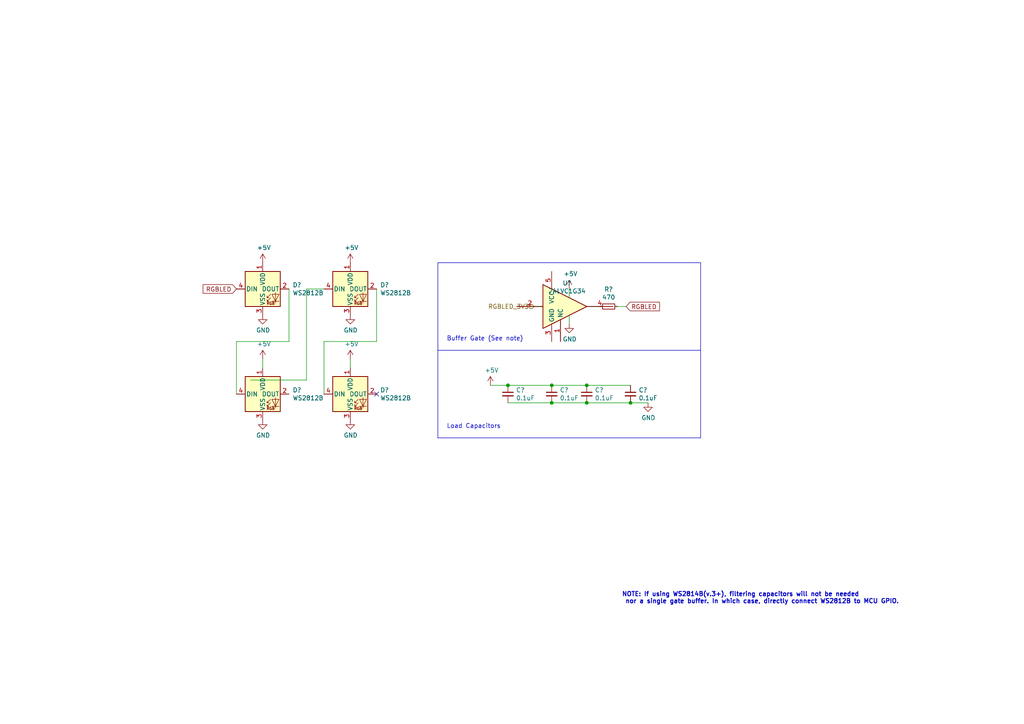
<source format=kicad_sch>
(kicad_sch (version 20230121) (generator eeschema)

  (uuid fa8384a7-e1a4-4f70-aea5-5d235c83e3cb)

  (paper "A4")

  (lib_symbols
    (symbol "74xGxx:74LVC1G34" (in_bom yes) (on_board yes)
      (property "Reference" "U" (at 0 7.62 0)
        (effects (font (size 1.27 1.27)))
      )
      (property "Value" "74LVC1G34" (at 5.08 -7.62 0)
        (effects (font (size 1.27 1.27)))
      )
      (property "Footprint" "" (at 0 0 0)
        (effects (font (size 1.27 1.27)) hide)
      )
      (property "Datasheet" "https://www.ti.com/lit/ds/symlink/sn74lvc1g34.pdf" (at 0 0 0)
        (effects (font (size 1.27 1.27)) hide)
      )
      (property "ki_keywords" "Single Gate Buff LVC CMOS" (at 0 0 0)
        (effects (font (size 1.27 1.27)) hide)
      )
      (property "ki_description" "Single Buffef Gate, Low-Voltage CMOS" (at 0 0 0)
        (effects (font (size 1.27 1.27)) hide)
      )
      (property "ki_fp_filters" "SOT?23* Texas?R-PDSO-G5?DCK* Texas?R-PDSO-N5?DRL* Texas?X2SON*0.8x0.8mm*P0.48mm*" (at 0 0 0)
        (effects (font (size 1.27 1.27)) hide)
      )
      (symbol "74LVC1G34_0_1"
        (polyline
          (pts
            (xy -7.62 6.35)
            (xy -7.62 -6.35)
            (xy 5.08 0)
            (xy -7.62 6.35)
          )
          (stroke (width 0.254) (type default))
          (fill (type background))
        )
      )
      (symbol "74LVC1G34_1_1"
        (pin free line (at -2.54 -10.16 90) (length 6.35)
          (name "NC" (effects (font (size 1.27 1.27))))
          (number "1" (effects (font (size 1.27 1.27))))
        )
        (pin input line (at -15.24 0 0) (length 7.62)
          (name "~" (effects (font (size 1.27 1.27))))
          (number "2" (effects (font (size 1.27 1.27))))
        )
        (pin power_in line (at -5.08 -10.16 90) (length 5.08)
          (name "GND" (effects (font (size 1.27 1.27))))
          (number "3" (effects (font (size 1.27 1.27))))
        )
        (pin output line (at 12.7 0 180) (length 7.62)
          (name "~" (effects (font (size 1.27 1.27))))
          (number "4" (effects (font (size 1.27 1.27))))
        )
        (pin power_in line (at -5.08 10.16 270) (length 5.08)
          (name "VCC" (effects (font (size 1.27 1.27))))
          (number "5" (effects (font (size 1.27 1.27))))
        )
      )
    )
    (symbol "Device:C_Small" (pin_numbers hide) (pin_names (offset 0.254) hide) (in_bom yes) (on_board yes)
      (property "Reference" "C" (at 0.254 1.778 0)
        (effects (font (size 1.27 1.27)) (justify left))
      )
      (property "Value" "C_Small" (at 0.254 -2.032 0)
        (effects (font (size 1.27 1.27)) (justify left))
      )
      (property "Footprint" "" (at 0 0 0)
        (effects (font (size 1.27 1.27)) hide)
      )
      (property "Datasheet" "~" (at 0 0 0)
        (effects (font (size 1.27 1.27)) hide)
      )
      (property "ki_keywords" "capacitor cap" (at 0 0 0)
        (effects (font (size 1.27 1.27)) hide)
      )
      (property "ki_description" "Unpolarized capacitor, small symbol" (at 0 0 0)
        (effects (font (size 1.27 1.27)) hide)
      )
      (property "ki_fp_filters" "C_*" (at 0 0 0)
        (effects (font (size 1.27 1.27)) hide)
      )
      (symbol "C_Small_0_1"
        (polyline
          (pts
            (xy -1.524 -0.508)
            (xy 1.524 -0.508)
          )
          (stroke (width 0.3302) (type default))
          (fill (type none))
        )
        (polyline
          (pts
            (xy -1.524 0.508)
            (xy 1.524 0.508)
          )
          (stroke (width 0.3048) (type default))
          (fill (type none))
        )
      )
      (symbol "C_Small_1_1"
        (pin passive line (at 0 2.54 270) (length 2.032)
          (name "~" (effects (font (size 1.27 1.27))))
          (number "1" (effects (font (size 1.27 1.27))))
        )
        (pin passive line (at 0 -2.54 90) (length 2.032)
          (name "~" (effects (font (size 1.27 1.27))))
          (number "2" (effects (font (size 1.27 1.27))))
        )
      )
    )
    (symbol "Device:R_Small" (pin_numbers hide) (pin_names (offset 0.254) hide) (in_bom yes) (on_board yes)
      (property "Reference" "R" (at 0.762 0.508 0)
        (effects (font (size 1.27 1.27)) (justify left))
      )
      (property "Value" "R_Small" (at 0.762 -1.016 0)
        (effects (font (size 1.27 1.27)) (justify left))
      )
      (property "Footprint" "" (at 0 0 0)
        (effects (font (size 1.27 1.27)) hide)
      )
      (property "Datasheet" "~" (at 0 0 0)
        (effects (font (size 1.27 1.27)) hide)
      )
      (property "ki_keywords" "R resistor" (at 0 0 0)
        (effects (font (size 1.27 1.27)) hide)
      )
      (property "ki_description" "Resistor, small symbol" (at 0 0 0)
        (effects (font (size 1.27 1.27)) hide)
      )
      (property "ki_fp_filters" "R_*" (at 0 0 0)
        (effects (font (size 1.27 1.27)) hide)
      )
      (symbol "R_Small_0_1"
        (rectangle (start -0.762 1.778) (end 0.762 -1.778)
          (stroke (width 0.2032) (type default))
          (fill (type none))
        )
      )
      (symbol "R_Small_1_1"
        (pin passive line (at 0 2.54 270) (length 0.762)
          (name "~" (effects (font (size 1.27 1.27))))
          (number "1" (effects (font (size 1.27 1.27))))
        )
        (pin passive line (at 0 -2.54 90) (length 0.762)
          (name "~" (effects (font (size 1.27 1.27))))
          (number "2" (effects (font (size 1.27 1.27))))
        )
      )
    )
    (symbol "LED:WS2812B" (pin_names (offset 0.254)) (in_bom yes) (on_board yes)
      (property "Reference" "D" (at 5.08 5.715 0)
        (effects (font (size 1.27 1.27)) (justify right bottom))
      )
      (property "Value" "WS2812B" (at 1.27 -5.715 0)
        (effects (font (size 1.27 1.27)) (justify left top))
      )
      (property "Footprint" "LED_SMD:LED_WS2812B_PLCC4_5.0x5.0mm_P3.2mm" (at 1.27 -7.62 0)
        (effects (font (size 1.27 1.27)) (justify left top) hide)
      )
      (property "Datasheet" "https://cdn-shop.adafruit.com/datasheets/WS2812B.pdf" (at 2.54 -9.525 0)
        (effects (font (size 1.27 1.27)) (justify left top) hide)
      )
      (property "ki_keywords" "RGB LED NeoPixel addressable" (at 0 0 0)
        (effects (font (size 1.27 1.27)) hide)
      )
      (property "ki_description" "RGB LED with integrated controller" (at 0 0 0)
        (effects (font (size 1.27 1.27)) hide)
      )
      (property "ki_fp_filters" "LED*WS2812*PLCC*5.0x5.0mm*P3.2mm*" (at 0 0 0)
        (effects (font (size 1.27 1.27)) hide)
      )
      (symbol "WS2812B_0_0"
        (text "RGB" (at 2.286 -4.191 0)
          (effects (font (size 0.762 0.762)))
        )
      )
      (symbol "WS2812B_0_1"
        (polyline
          (pts
            (xy 1.27 -3.556)
            (xy 1.778 -3.556)
          )
          (stroke (width 0) (type default))
          (fill (type none))
        )
        (polyline
          (pts
            (xy 1.27 -2.54)
            (xy 1.778 -2.54)
          )
          (stroke (width 0) (type default))
          (fill (type none))
        )
        (polyline
          (pts
            (xy 4.699 -3.556)
            (xy 2.667 -3.556)
          )
          (stroke (width 0) (type default))
          (fill (type none))
        )
        (polyline
          (pts
            (xy 2.286 -2.54)
            (xy 1.27 -3.556)
            (xy 1.27 -3.048)
          )
          (stroke (width 0) (type default))
          (fill (type none))
        )
        (polyline
          (pts
            (xy 2.286 -1.524)
            (xy 1.27 -2.54)
            (xy 1.27 -2.032)
          )
          (stroke (width 0) (type default))
          (fill (type none))
        )
        (polyline
          (pts
            (xy 3.683 -1.016)
            (xy 3.683 -3.556)
            (xy 3.683 -4.064)
          )
          (stroke (width 0) (type default))
          (fill (type none))
        )
        (polyline
          (pts
            (xy 4.699 -1.524)
            (xy 2.667 -1.524)
            (xy 3.683 -3.556)
            (xy 4.699 -1.524)
          )
          (stroke (width 0) (type default))
          (fill (type none))
        )
        (rectangle (start 5.08 5.08) (end -5.08 -5.08)
          (stroke (width 0.254) (type default))
          (fill (type background))
        )
      )
      (symbol "WS2812B_1_1"
        (pin power_in line (at 0 7.62 270) (length 2.54)
          (name "VDD" (effects (font (size 1.27 1.27))))
          (number "1" (effects (font (size 1.27 1.27))))
        )
        (pin output line (at 7.62 0 180) (length 2.54)
          (name "DOUT" (effects (font (size 1.27 1.27))))
          (number "2" (effects (font (size 1.27 1.27))))
        )
        (pin power_in line (at 0 -7.62 90) (length 2.54)
          (name "VSS" (effects (font (size 1.27 1.27))))
          (number "3" (effects (font (size 1.27 1.27))))
        )
        (pin input line (at -7.62 0 0) (length 2.54)
          (name "DIN" (effects (font (size 1.27 1.27))))
          (number "4" (effects (font (size 1.27 1.27))))
        )
      )
    )
    (symbol "power:+5V" (power) (pin_names (offset 0)) (in_bom yes) (on_board yes)
      (property "Reference" "#PWR" (at 0 -3.81 0)
        (effects (font (size 1.27 1.27)) hide)
      )
      (property "Value" "+5V" (at 0 3.556 0)
        (effects (font (size 1.27 1.27)))
      )
      (property "Footprint" "" (at 0 0 0)
        (effects (font (size 1.27 1.27)) hide)
      )
      (property "Datasheet" "" (at 0 0 0)
        (effects (font (size 1.27 1.27)) hide)
      )
      (property "ki_keywords" "global power" (at 0 0 0)
        (effects (font (size 1.27 1.27)) hide)
      )
      (property "ki_description" "Power symbol creates a global label with name \"+5V\"" (at 0 0 0)
        (effects (font (size 1.27 1.27)) hide)
      )
      (symbol "+5V_0_1"
        (polyline
          (pts
            (xy -0.762 1.27)
            (xy 0 2.54)
          )
          (stroke (width 0) (type default))
          (fill (type none))
        )
        (polyline
          (pts
            (xy 0 0)
            (xy 0 2.54)
          )
          (stroke (width 0) (type default))
          (fill (type none))
        )
        (polyline
          (pts
            (xy 0 2.54)
            (xy 0.762 1.27)
          )
          (stroke (width 0) (type default))
          (fill (type none))
        )
      )
      (symbol "+5V_1_1"
        (pin power_in line (at 0 0 90) (length 0) hide
          (name "+5V" (effects (font (size 1.27 1.27))))
          (number "1" (effects (font (size 1.27 1.27))))
        )
      )
    )
    (symbol "power:GND" (power) (pin_names (offset 0)) (in_bom yes) (on_board yes)
      (property "Reference" "#PWR" (at 0 -6.35 0)
        (effects (font (size 1.27 1.27)) hide)
      )
      (property "Value" "GND" (at 0 -3.81 0)
        (effects (font (size 1.27 1.27)))
      )
      (property "Footprint" "" (at 0 0 0)
        (effects (font (size 1.27 1.27)) hide)
      )
      (property "Datasheet" "" (at 0 0 0)
        (effects (font (size 1.27 1.27)) hide)
      )
      (property "ki_keywords" "global power" (at 0 0 0)
        (effects (font (size 1.27 1.27)) hide)
      )
      (property "ki_description" "Power symbol creates a global label with name \"GND\" , ground" (at 0 0 0)
        (effects (font (size 1.27 1.27)) hide)
      )
      (symbol "GND_0_1"
        (polyline
          (pts
            (xy 0 0)
            (xy 0 -1.27)
            (xy 1.27 -1.27)
            (xy 0 -2.54)
            (xy -1.27 -1.27)
            (xy 0 -1.27)
          )
          (stroke (width 0) (type default))
          (fill (type none))
        )
      )
      (symbol "GND_1_1"
        (pin power_in line (at 0 0 270) (length 0) hide
          (name "GND" (effects (font (size 1.27 1.27))))
          (number "1" (effects (font (size 1.27 1.27))))
        )
      )
    )
  )

  (junction (at 160.02 116.84) (diameter 0) (color 0 0 0 0)
    (uuid 074b331a-fb35-440c-8c5c-3c578abb9ecd)
  )
  (junction (at 147.32 111.76) (diameter 0) (color 0 0 0 0)
    (uuid 6e0cd4db-ba1f-40b3-8570-f2762b9d3ca5)
  )
  (junction (at 160.02 111.76) (diameter 0) (color 0 0 0 0)
    (uuid 7cad8f75-0e31-478b-8a19-239977509408)
  )
  (junction (at 170.18 116.84) (diameter 0) (color 0 0 0 0)
    (uuid ae51ce1e-9b74-4e75-8acc-2bca00ed6e2e)
  )
  (junction (at 182.88 116.84) (diameter 0) (color 0 0 0 0)
    (uuid b531dc7a-6e11-4dae-a90e-467b677abbc9)
  )
  (junction (at 170.18 111.76) (diameter 0) (color 0 0 0 0)
    (uuid c70c8a24-ed30-4c60-b66b-e1451efea441)
  )

  (no_connect (at 109.22 114.3) (uuid 074a21ab-5b7c-48c9-9dc6-c68dc4790e2b))

  (wire (pts (xy 83.82 83.82) (xy 83.82 99.06))
    (stroke (width 0) (type default))
    (uuid 01d74c2a-d34d-4475-a60e-ea94faf9a38a)
  )
  (wire (pts (xy 147.32 116.84) (xy 160.02 116.84))
    (stroke (width 0) (type default))
    (uuid 144473dd-1dec-4b67-8535-54a097661fa5)
  )
  (wire (pts (xy 147.32 111.76) (xy 160.02 111.76))
    (stroke (width 0) (type default))
    (uuid 194ec870-2559-43fc-b4fc-fbbf6afa9572)
  )
  (wire (pts (xy 170.18 111.76) (xy 182.88 111.76))
    (stroke (width 0) (type default))
    (uuid 222281a3-c33c-4bf9-8da3-ced926555cb8)
  )
  (polyline (pts (xy 127 101.6) (xy 203.2 101.6))
    (stroke (width 0) (type default))
    (uuid 35f9837b-1e9c-4844-b3c6-b225035ad1ca)
  )

  (wire (pts (xy 88.9 110.236) (xy 88.9 83.82))
    (stroke (width 0) (type default))
    (uuid 3664ad09-b2d8-4783-a5fc-f71cb6a7a9bd)
  )
  (wire (pts (xy 68.58 99.06) (xy 68.58 114.3))
    (stroke (width 0) (type default))
    (uuid 3787fa29-ed92-4d5a-b223-87848d159802)
  )
  (wire (pts (xy 109.22 83.82) (xy 109.22 99.06))
    (stroke (width 0) (type default))
    (uuid 38a13919-cacf-40cd-b8d2-f786f0ae96a7)
  )
  (wire (pts (xy 165.1 86.36) (xy 165.1 83.82))
    (stroke (width 0) (type default))
    (uuid 3bf1ebc6-3438-4805-a507-d9c34d903cbd)
  )
  (wire (pts (xy 72.644 110.236) (xy 88.9 110.236))
    (stroke (width 0) (type default))
    (uuid 3d1cec9f-aacf-4463-b039-28f71d7692c4)
  )
  (polyline (pts (xy 203.2 76.2) (xy 203.2 127))
    (stroke (width 0) (type default))
    (uuid 4adc57a7-3845-42d4-8434-e4ac83ed9446)
  )

  (wire (pts (xy 160.02 111.76) (xy 170.18 111.76))
    (stroke (width 0) (type default))
    (uuid 532d4e28-dc05-4856-b52a-98c7aef53dc2)
  )
  (wire (pts (xy 170.18 116.84) (xy 182.88 116.84))
    (stroke (width 0) (type default))
    (uuid 5b68a379-47ac-41a3-bedb-0fe2023fa4f9)
  )
  (wire (pts (xy 160.02 116.84) (xy 170.18 116.84))
    (stroke (width 0) (type default))
    (uuid 74f04fb0-9d00-422d-bd78-ea0ccb115ba9)
  )
  (wire (pts (xy 83.82 99.06) (xy 68.58 99.06))
    (stroke (width 0) (type default))
    (uuid 88be2c14-6f3c-4d0d-8cc3-45587cc4d146)
  )
  (wire (pts (xy 165.1 91.44) (xy 165.1 93.98))
    (stroke (width 0) (type default))
    (uuid 8c994205-1727-4660-aad8-26e133ce4bb2)
  )
  (wire (pts (xy 154.94 88.9) (xy 157.48 88.9))
    (stroke (width 0) (type default))
    (uuid 99f7cca9-d87b-49a9-a152-999c48696b2a)
  )
  (wire (pts (xy 93.98 99.06) (xy 93.98 114.3))
    (stroke (width 0) (type default))
    (uuid a420afe5-8440-4b83-a1ef-6eb6a4b02b36)
  )
  (wire (pts (xy 76.2 106.68) (xy 76.2 104.14))
    (stroke (width 0) (type default))
    (uuid a48d0b5b-42c2-4f0d-98f5-8ad7165ca63a)
  )
  (wire (pts (xy 171.45 88.9) (xy 173.99 88.9))
    (stroke (width 0) (type default))
    (uuid bd3cfe2e-47a6-4436-914f-d5f787d59154)
  )
  (wire (pts (xy 101.6 106.68) (xy 101.6 104.14))
    (stroke (width 0) (type default))
    (uuid c08aba48-8a69-41fb-808d-ea2b1b02170c)
  )
  (wire (pts (xy 181.61 88.9) (xy 179.07 88.9))
    (stroke (width 0) (type default))
    (uuid c66d3c55-283a-4f8f-bd67-c0688b512a45)
  )
  (wire (pts (xy 88.9 83.82) (xy 93.98 83.82))
    (stroke (width 0) (type default))
    (uuid c7509737-04db-42da-b417-beab06b9a2b0)
  )
  (wire (pts (xy 142.24 111.76) (xy 147.32 111.76))
    (stroke (width 0) (type default))
    (uuid cb30fffc-f3ed-466f-85fb-da6570932884)
  )
  (polyline (pts (xy 127 76.2) (xy 203.2 76.2))
    (stroke (width 0) (type default))
    (uuid cf7736c9-bf74-4705-8d1b-66bc76ea4389)
  )

  (wire (pts (xy 182.88 116.84) (xy 187.96 116.84))
    (stroke (width 0) (type default))
    (uuid d7336604-39bb-44bd-98f8-f43db867c936)
  )
  (wire (pts (xy 109.22 99.06) (xy 93.98 99.06))
    (stroke (width 0) (type default))
    (uuid e1d704cd-0a4b-441b-9ed1-86b850c9dade)
  )
  (polyline (pts (xy 127 76.2) (xy 127 127))
    (stroke (width 0) (type default))
    (uuid e597103e-3a29-45bc-b166-5ce941631b7f)
  )
  (polyline (pts (xy 203.2 127) (xy 127 127))
    (stroke (width 0) (type default))
    (uuid ea57da79-535e-4f93-8b12-b2528239d258)
  )

  (text "Load Capacitors" (at 129.54 124.46 0)
    (effects (font (size 1.27 1.27)) (justify left bottom))
    (uuid 12698448-9497-4884-a4d9-8168ee8ced70)
  )
  (text "NOTE: If using WS2814B(v.3+), filtering capacitors will not be needed\n nor a single gate buffer. In which case, directly connect WS2812B to MCU GPIO."
    (at 180.34 175.26 0)
    (effects (font (size 1.27 1.27) (thickness 0.254) bold) (justify left bottom))
    (uuid 3e98d69d-faa5-4f88-9dec-da6d39edc2d1)
  )
  (text "Buffer Gate (See note)" (at 129.54 99.06 0)
    (effects (font (size 1.27 1.27)) (justify left bottom))
    (uuid a995da4f-f435-425a-a64b-7927d9a797db)
  )

  (global_label "RGBLED" (shape input) (at 68.58 83.82 180)
    (effects (font (size 1.27 1.27)) (justify right))
    (uuid 362440a9-7098-4eba-8e1b-a7d91749ed79)
    (property "Intersheetrefs" "${INTERSHEET_REFS}" (at 68.58 83.82 0)
      (effects (font (size 1.27 1.27)) hide)
    )
  )
  (global_label "RGBLED" (shape input) (at 181.61 88.9 0)
    (effects (font (size 1.27 1.27)) (justify left))
    (uuid 6291e7e1-06b6-4c31-a52f-ff600a979100)
    (property "Intersheetrefs" "${INTERSHEET_REFS}" (at 181.61 88.9 0)
      (effects (font (size 1.27 1.27)) hide)
    )
  )

  (hierarchical_label "RGBLED_3V3" (shape input) (at 154.94 88.9 180) (fields_autoplaced)
    (effects (font (size 1.27 1.27)) (justify right))
    (uuid 5b9d3599-5d18-448e-96a3-36c7c94b8257)
  )

  (symbol (lib_id "74xGxx:74LVC1G34") (at 165.1 88.9 0) (unit 1)
    (in_bom yes) (on_board yes) (dnp no)
    (uuid 00000000-0000-0000-0000-00005d6db299)
    (property "Reference" "U?" (at 164.465 82.1182 0)
      (effects (font (size 1.27 1.27)))
    )
    (property "Value" "74LVC1G34" (at 164.465 84.4296 0)
      (effects (font (size 1.27 1.27)))
    )
    (property "Footprint" "" (at 165.1 88.9 0)
      (effects (font (size 1.27 1.27)) hide)
    )
    (property "Datasheet" "http://www.ti.com/lit/sg/scyt129e/scyt129e.pdf" (at 165.1 88.9 0)
      (effects (font (size 1.27 1.27)) hide)
    )
    (pin "1" (uuid 65ef4c37-b52f-464e-92b7-bd00a512a9cd))
    (pin "2" (uuid d33cf542-c601-4631-9ed7-671b0d5c36d0))
    (pin "3" (uuid 2c02cd30-5f7b-4310-8fd7-0c55ea89146d))
    (pin "4" (uuid e5e14ff5-9253-4189-bdd4-cac507e1a239))
    (pin "5" (uuid 20a36316-88f2-4346-b0cb-9a1b795a8ade))
    (instances
      (project "Mechanical_Keyboard_STM32F3_Template"
        (path "/d963bd7a-4405-4e52-9437-453112c4384e/00000000-0000-0000-0000-00005d721a21"
          (reference "U?") (unit 1)
        )
      )
    )
  )

  (symbol (lib_id "power:+5V") (at 165.1 83.82 0) (unit 1)
    (in_bom yes) (on_board yes) (dnp no)
    (uuid 00000000-0000-0000-0000-00005d6dbe9b)
    (property "Reference" "#PWR?" (at 165.1 87.63 0)
      (effects (font (size 1.27 1.27)) hide)
    )
    (property "Value" "+5V" (at 165.481 79.4258 0)
      (effects (font (size 1.27 1.27)))
    )
    (property "Footprint" "" (at 165.1 83.82 0)
      (effects (font (size 1.27 1.27)) hide)
    )
    (property "Datasheet" "" (at 165.1 83.82 0)
      (effects (font (size 1.27 1.27)) hide)
    )
    (pin "1" (uuid 16cebb63-502a-4259-9b51-aab673750adc))
    (instances
      (project "Mechanical_Keyboard_STM32F3_Template"
        (path "/d963bd7a-4405-4e52-9437-453112c4384e/00000000-0000-0000-0000-00005d721a21"
          (reference "#PWR?") (unit 1)
        )
      )
    )
  )

  (symbol (lib_id "power:GND") (at 165.1 93.98 0) (unit 1)
    (in_bom yes) (on_board yes) (dnp no)
    (uuid 00000000-0000-0000-0000-00005d6dc613)
    (property "Reference" "#PWR?" (at 165.1 100.33 0)
      (effects (font (size 1.27 1.27)) hide)
    )
    (property "Value" "GND" (at 165.227 98.3742 0)
      (effects (font (size 1.27 1.27)))
    )
    (property "Footprint" "" (at 165.1 93.98 0)
      (effects (font (size 1.27 1.27)) hide)
    )
    (property "Datasheet" "" (at 165.1 93.98 0)
      (effects (font (size 1.27 1.27)) hide)
    )
    (pin "1" (uuid d270ff5c-1673-4477-9a90-e54c43a65076))
    (instances
      (project "Mechanical_Keyboard_STM32F3_Template"
        (path "/d963bd7a-4405-4e52-9437-453112c4384e/00000000-0000-0000-0000-00005d721a21"
          (reference "#PWR?") (unit 1)
        )
      )
    )
  )

  (symbol (lib_id "Device:R_Small") (at 176.53 88.9 270) (unit 1)
    (in_bom yes) (on_board yes) (dnp no)
    (uuid 00000000-0000-0000-0000-00005d6dcce2)
    (property "Reference" "R?" (at 176.53 83.9216 90)
      (effects (font (size 1.27 1.27)))
    )
    (property "Value" "470" (at 176.53 86.233 90)
      (effects (font (size 1.27 1.27)))
    )
    (property "Footprint" "" (at 176.53 88.9 0)
      (effects (font (size 1.27 1.27)) hide)
    )
    (property "Datasheet" "~" (at 176.53 88.9 0)
      (effects (font (size 1.27 1.27)) hide)
    )
    (pin "1" (uuid 1a611b6b-0985-4a83-9646-bf8468c0ab10))
    (pin "2" (uuid dfd71f18-b17c-4185-98f5-8e2ddb633eb6))
    (instances
      (project "Mechanical_Keyboard_STM32F3_Template"
        (path "/d963bd7a-4405-4e52-9437-453112c4384e/00000000-0000-0000-0000-00005d721a21"
          (reference "R?") (unit 1)
        )
      )
    )
  )

  (symbol (lib_id "LED:WS2812B") (at 76.2 83.82 0) (unit 1)
    (in_bom yes) (on_board yes) (dnp no)
    (uuid 00000000-0000-0000-0000-00005d721f04)
    (property "Reference" "D?" (at 84.8614 82.6516 0)
      (effects (font (size 1.27 1.27)) (justify left))
    )
    (property "Value" "WS2812B" (at 84.8614 84.963 0)
      (effects (font (size 1.27 1.27)) (justify left))
    )
    (property "Footprint" "LED_SMD:LED_WS2812B_PLCC4_5.0x5.0mm_P3.2mm" (at 77.47 91.44 0)
      (effects (font (size 1.27 1.27)) (justify left top) hide)
    )
    (property "Datasheet" "https://cdn-shop.adafruit.com/datasheets/WS2812B.pdf" (at 78.74 93.345 0)
      (effects (font (size 1.27 1.27)) (justify left top) hide)
    )
    (pin "1" (uuid 86108f33-ecc2-4ca4-a9c4-2d4ac2784919))
    (pin "2" (uuid d10f08f0-228d-4305-9f31-5f387e710674))
    (pin "3" (uuid ab15d670-7310-4765-bf83-3918859d524c))
    (pin "4" (uuid 11b44a62-cb44-4cce-bf38-6d475b441e77))
    (instances
      (project "Mechanical_Keyboard_STM32F3_Template"
        (path "/d963bd7a-4405-4e52-9437-453112c4384e/00000000-0000-0000-0000-00005d721a21"
          (reference "D?") (unit 1)
        )
      )
    )
  )

  (symbol (lib_id "LED:WS2812B") (at 76.2 114.3 0) (unit 1)
    (in_bom yes) (on_board yes) (dnp no)
    (uuid 00000000-0000-0000-0000-00005d7224dc)
    (property "Reference" "D?" (at 84.8614 113.1316 0)
      (effects (font (size 1.27 1.27)) (justify left))
    )
    (property "Value" "WS2812B" (at 84.8614 115.443 0)
      (effects (font (size 1.27 1.27)) (justify left))
    )
    (property "Footprint" "LED_SMD:LED_WS2812B_PLCC4_5.0x5.0mm_P3.2mm" (at 77.47 121.92 0)
      (effects (font (size 1.27 1.27)) (justify left top) hide)
    )
    (property "Datasheet" "https://cdn-shop.adafruit.com/datasheets/WS2812B.pdf" (at 78.74 123.825 0)
      (effects (font (size 1.27 1.27)) (justify left top) hide)
    )
    (pin "1" (uuid 585be86f-91fd-413f-b0be-e0d652909476))
    (pin "2" (uuid bf72490d-8995-4329-a422-a52cc302b6aa))
    (pin "3" (uuid 24b0c05b-ff52-4b4d-8b59-cbc44bfe2389))
    (pin "4" (uuid 5bd4631a-9d52-443e-b40d-9545ad6ea213))
    (instances
      (project "Mechanical_Keyboard_STM32F3_Template"
        (path "/d963bd7a-4405-4e52-9437-453112c4384e/00000000-0000-0000-0000-00005d721a21"
          (reference "D?") (unit 1)
        )
      )
    )
  )

  (symbol (lib_id "LED:WS2812B") (at 101.6 83.82 0) (unit 1)
    (in_bom yes) (on_board yes) (dnp no)
    (uuid 00000000-0000-0000-0000-00005d724e74)
    (property "Reference" "D?" (at 110.2614 82.6516 0)
      (effects (font (size 1.27 1.27)) (justify left))
    )
    (property "Value" "WS2812B" (at 110.2614 84.963 0)
      (effects (font (size 1.27 1.27)) (justify left))
    )
    (property "Footprint" "LED_SMD:LED_WS2812B_PLCC4_5.0x5.0mm_P3.2mm" (at 102.87 91.44 0)
      (effects (font (size 1.27 1.27)) (justify left top) hide)
    )
    (property "Datasheet" "https://cdn-shop.adafruit.com/datasheets/WS2812B.pdf" (at 104.14 93.345 0)
      (effects (font (size 1.27 1.27)) (justify left top) hide)
    )
    (pin "1" (uuid e21ec359-53b4-4dac-9518-ca63b1127cb0))
    (pin "2" (uuid 38bdcc48-e150-459b-b7c2-1d00e7349b52))
    (pin "3" (uuid 739a86e0-e792-4857-bf44-2282a6fa5105))
    (pin "4" (uuid e0e7b427-6004-4ce8-993f-1e2394b7bc30))
    (instances
      (project "Mechanical_Keyboard_STM32F3_Template"
        (path "/d963bd7a-4405-4e52-9437-453112c4384e/00000000-0000-0000-0000-00005d721a21"
          (reference "D?") (unit 1)
        )
      )
    )
  )

  (symbol (lib_id "LED:WS2812B") (at 101.6 114.3 0) (unit 1)
    (in_bom yes) (on_board yes) (dnp no)
    (uuid 00000000-0000-0000-0000-00005d725f6c)
    (property "Reference" "D?" (at 110.2614 113.1316 0)
      (effects (font (size 1.27 1.27)) (justify left))
    )
    (property "Value" "WS2812B" (at 110.2614 115.443 0)
      (effects (font (size 1.27 1.27)) (justify left))
    )
    (property "Footprint" "LED_SMD:LED_WS2812B_PLCC4_5.0x5.0mm_P3.2mm" (at 102.87 121.92 0)
      (effects (font (size 1.27 1.27)) (justify left top) hide)
    )
    (property "Datasheet" "https://cdn-shop.adafruit.com/datasheets/WS2812B.pdf" (at 104.14 123.825 0)
      (effects (font (size 1.27 1.27)) (justify left top) hide)
    )
    (pin "1" (uuid 62937e99-a07a-4856-96aa-ff7e337c0f98))
    (pin "2" (uuid 688d0cde-6156-4e47-9560-2f145184225b))
    (pin "3" (uuid 9d634353-f367-4089-8508-37f81aa0d48d))
    (pin "4" (uuid 31a63478-4655-4188-865d-7c3cd277c98e))
    (instances
      (project "Mechanical_Keyboard_STM32F3_Template"
        (path "/d963bd7a-4405-4e52-9437-453112c4384e/00000000-0000-0000-0000-00005d721a21"
          (reference "D?") (unit 1)
        )
      )
    )
  )

  (symbol (lib_id "power:+5V") (at 76.2 76.2 0) (unit 1)
    (in_bom yes) (on_board yes) (dnp no)
    (uuid 00000000-0000-0000-0000-00005d726fc4)
    (property "Reference" "#PWR?" (at 76.2 80.01 0)
      (effects (font (size 1.27 1.27)) hide)
    )
    (property "Value" "+5V" (at 76.5556 71.8312 0)
      (effects (font (size 1.27 1.27)))
    )
    (property "Footprint" "" (at 76.2 76.2 0)
      (effects (font (size 1.27 1.27)) hide)
    )
    (property "Datasheet" "" (at 76.2 76.2 0)
      (effects (font (size 1.27 1.27)) hide)
    )
    (pin "1" (uuid 1b038607-3926-49d0-8a96-481e8f70b880))
    (instances
      (project "Mechanical_Keyboard_STM32F3_Template"
        (path "/d963bd7a-4405-4e52-9437-453112c4384e/00000000-0000-0000-0000-00005d721a21"
          (reference "#PWR?") (unit 1)
        )
      )
    )
  )

  (symbol (lib_id "power:+5V") (at 101.6 76.2 0) (unit 1)
    (in_bom yes) (on_board yes) (dnp no)
    (uuid 00000000-0000-0000-0000-00005d727cf0)
    (property "Reference" "#PWR?" (at 101.6 80.01 0)
      (effects (font (size 1.27 1.27)) hide)
    )
    (property "Value" "+5V" (at 101.9556 71.8312 0)
      (effects (font (size 1.27 1.27)))
    )
    (property "Footprint" "" (at 101.6 76.2 0)
      (effects (font (size 1.27 1.27)) hide)
    )
    (property "Datasheet" "" (at 101.6 76.2 0)
      (effects (font (size 1.27 1.27)) hide)
    )
    (pin "1" (uuid 134c42e1-8dd9-4428-bc04-128c1de167f9))
    (instances
      (project "Mechanical_Keyboard_STM32F3_Template"
        (path "/d963bd7a-4405-4e52-9437-453112c4384e/00000000-0000-0000-0000-00005d721a21"
          (reference "#PWR?") (unit 1)
        )
      )
    )
  )

  (symbol (lib_id "power:+5V") (at 101.6 104.14 0) (unit 1)
    (in_bom yes) (on_board yes) (dnp no)
    (uuid 00000000-0000-0000-0000-00005d7291a0)
    (property "Reference" "#PWR?" (at 101.6 107.95 0)
      (effects (font (size 1.27 1.27)) hide)
    )
    (property "Value" "+5V" (at 101.9556 99.7712 0)
      (effects (font (size 1.27 1.27)))
    )
    (property "Footprint" "" (at 101.6 104.14 0)
      (effects (font (size 1.27 1.27)) hide)
    )
    (property "Datasheet" "" (at 101.6 104.14 0)
      (effects (font (size 1.27 1.27)) hide)
    )
    (pin "1" (uuid a1325758-fcc6-47ea-b8f5-96212d2ec111))
    (instances
      (project "Mechanical_Keyboard_STM32F3_Template"
        (path "/d963bd7a-4405-4e52-9437-453112c4384e/00000000-0000-0000-0000-00005d721a21"
          (reference "#PWR?") (unit 1)
        )
      )
    )
  )

  (symbol (lib_id "power:+5V") (at 76.2 104.14 0) (unit 1)
    (in_bom yes) (on_board yes) (dnp no)
    (uuid 00000000-0000-0000-0000-00005d729f96)
    (property "Reference" "#PWR?" (at 76.2 107.95 0)
      (effects (font (size 1.27 1.27)) hide)
    )
    (property "Value" "+5V" (at 76.5556 99.7712 0)
      (effects (font (size 1.27 1.27)))
    )
    (property "Footprint" "" (at 76.2 104.14 0)
      (effects (font (size 1.27 1.27)) hide)
    )
    (property "Datasheet" "" (at 76.2 104.14 0)
      (effects (font (size 1.27 1.27)) hide)
    )
    (pin "1" (uuid 6b0d632e-a846-423e-a070-1e280d480e41))
    (instances
      (project "Mechanical_Keyboard_STM32F3_Template"
        (path "/d963bd7a-4405-4e52-9437-453112c4384e/00000000-0000-0000-0000-00005d721a21"
          (reference "#PWR?") (unit 1)
        )
      )
    )
  )

  (symbol (lib_id "power:GND") (at 76.2 121.92 0) (unit 1)
    (in_bom yes) (on_board yes) (dnp no)
    (uuid 00000000-0000-0000-0000-00005d72a128)
    (property "Reference" "#PWR?" (at 76.2 128.27 0)
      (effects (font (size 1.27 1.27)) hide)
    )
    (property "Value" "GND" (at 76.3016 126.2634 0)
      (effects (font (size 1.27 1.27)))
    )
    (property "Footprint" "" (at 76.2 121.92 0)
      (effects (font (size 1.27 1.27)) hide)
    )
    (property "Datasheet" "" (at 76.2 121.92 0)
      (effects (font (size 1.27 1.27)) hide)
    )
    (pin "1" (uuid a488ee13-49f1-4093-81ca-57f5514c62ed))
    (instances
      (project "Mechanical_Keyboard_STM32F3_Template"
        (path "/d963bd7a-4405-4e52-9437-453112c4384e/00000000-0000-0000-0000-00005d721a21"
          (reference "#PWR?") (unit 1)
        )
      )
    )
  )

  (symbol (lib_id "power:GND") (at 101.6 121.92 0) (unit 1)
    (in_bom yes) (on_board yes) (dnp no)
    (uuid 00000000-0000-0000-0000-00005d72ac7c)
    (property "Reference" "#PWR?" (at 101.6 128.27 0)
      (effects (font (size 1.27 1.27)) hide)
    )
    (property "Value" "GND" (at 101.7016 126.2634 0)
      (effects (font (size 1.27 1.27)))
    )
    (property "Footprint" "" (at 101.6 121.92 0)
      (effects (font (size 1.27 1.27)) hide)
    )
    (property "Datasheet" "" (at 101.6 121.92 0)
      (effects (font (size 1.27 1.27)) hide)
    )
    (pin "1" (uuid ec0b4749-f677-4e3a-8e77-434532c3d587))
    (instances
      (project "Mechanical_Keyboard_STM32F3_Template"
        (path "/d963bd7a-4405-4e52-9437-453112c4384e/00000000-0000-0000-0000-00005d721a21"
          (reference "#PWR?") (unit 1)
        )
      )
    )
  )

  (symbol (lib_id "power:GND") (at 101.6 91.44 0) (unit 1)
    (in_bom yes) (on_board yes) (dnp no)
    (uuid 00000000-0000-0000-0000-00005d72ba78)
    (property "Reference" "#PWR?" (at 101.6 97.79 0)
      (effects (font (size 1.27 1.27)) hide)
    )
    (property "Value" "GND" (at 101.7016 95.7834 0)
      (effects (font (size 1.27 1.27)))
    )
    (property "Footprint" "" (at 101.6 91.44 0)
      (effects (font (size 1.27 1.27)) hide)
    )
    (property "Datasheet" "" (at 101.6 91.44 0)
      (effects (font (size 1.27 1.27)) hide)
    )
    (pin "1" (uuid 6505a86a-297d-447d-abcc-a5c681bea719))
    (instances
      (project "Mechanical_Keyboard_STM32F3_Template"
        (path "/d963bd7a-4405-4e52-9437-453112c4384e/00000000-0000-0000-0000-00005d721a21"
          (reference "#PWR?") (unit 1)
        )
      )
    )
  )

  (symbol (lib_id "power:GND") (at 76.2 91.44 0) (unit 1)
    (in_bom yes) (on_board yes) (dnp no)
    (uuid 00000000-0000-0000-0000-00005d72bca2)
    (property "Reference" "#PWR?" (at 76.2 97.79 0)
      (effects (font (size 1.27 1.27)) hide)
    )
    (property "Value" "GND" (at 76.3016 95.7834 0)
      (effects (font (size 1.27 1.27)))
    )
    (property "Footprint" "" (at 76.2 91.44 0)
      (effects (font (size 1.27 1.27)) hide)
    )
    (property "Datasheet" "" (at 76.2 91.44 0)
      (effects (font (size 1.27 1.27)) hide)
    )
    (pin "1" (uuid 18d4e72d-ec6e-4d31-bf85-e657315d1109))
    (instances
      (project "Mechanical_Keyboard_STM32F3_Template"
        (path "/d963bd7a-4405-4e52-9437-453112c4384e/00000000-0000-0000-0000-00005d721a21"
          (reference "#PWR?") (unit 1)
        )
      )
    )
  )

  (symbol (lib_id "Device:C_Small") (at 147.32 114.3 0) (unit 1)
    (in_bom yes) (on_board yes) (dnp no)
    (uuid 00000000-0000-0000-0000-00005d72d1c0)
    (property "Reference" "C?" (at 149.6568 113.1316 0)
      (effects (font (size 1.27 1.27)) (justify left))
    )
    (property "Value" "0.1uF" (at 149.6568 115.443 0)
      (effects (font (size 1.27 1.27)) (justify left))
    )
    (property "Footprint" "" (at 147.32 114.3 0)
      (effects (font (size 1.27 1.27)) hide)
    )
    (property "Datasheet" "~" (at 147.32 114.3 0)
      (effects (font (size 1.27 1.27)) hide)
    )
    (pin "1" (uuid f84d9688-1a58-48f6-8fcf-0c6d72d7750c))
    (pin "2" (uuid 162e86fb-264f-467f-ac8f-93eec0bd7222))
    (instances
      (project "Mechanical_Keyboard_STM32F3_Template"
        (path "/d963bd7a-4405-4e52-9437-453112c4384e/00000000-0000-0000-0000-00005d721a21"
          (reference "C?") (unit 1)
        )
      )
    )
  )

  (symbol (lib_id "Device:C_Small") (at 160.02 114.3 0) (unit 1)
    (in_bom yes) (on_board yes) (dnp no)
    (uuid 00000000-0000-0000-0000-00005d72d29f)
    (property "Reference" "C?" (at 162.3568 113.1316 0)
      (effects (font (size 1.27 1.27)) (justify left))
    )
    (property "Value" "0.1uF" (at 162.3568 115.443 0)
      (effects (font (size 1.27 1.27)) (justify left))
    )
    (property "Footprint" "" (at 160.02 114.3 0)
      (effects (font (size 1.27 1.27)) hide)
    )
    (property "Datasheet" "~" (at 160.02 114.3 0)
      (effects (font (size 1.27 1.27)) hide)
    )
    (pin "1" (uuid e4eb3c7c-c996-428e-9e25-38cdca9a7f0d))
    (pin "2" (uuid 27212c53-3b66-466d-9df6-a7ac070a248e))
    (instances
      (project "Mechanical_Keyboard_STM32F3_Template"
        (path "/d963bd7a-4405-4e52-9437-453112c4384e/00000000-0000-0000-0000-00005d721a21"
          (reference "C?") (unit 1)
        )
      )
    )
  )

  (symbol (lib_id "Device:C_Small") (at 170.18 114.3 0) (unit 1)
    (in_bom yes) (on_board yes) (dnp no)
    (uuid 00000000-0000-0000-0000-00005d72ecfb)
    (property "Reference" "C?" (at 172.5168 113.1316 0)
      (effects (font (size 1.27 1.27)) (justify left))
    )
    (property "Value" "0.1uF" (at 172.5168 115.443 0)
      (effects (font (size 1.27 1.27)) (justify left))
    )
    (property "Footprint" "" (at 170.18 114.3 0)
      (effects (font (size 1.27 1.27)) hide)
    )
    (property "Datasheet" "~" (at 170.18 114.3 0)
      (effects (font (size 1.27 1.27)) hide)
    )
    (pin "1" (uuid dbf29c68-fec4-40df-8240-0bfd4c1513b3))
    (pin "2" (uuid ead18811-ed97-4829-8cac-074bc80735c7))
    (instances
      (project "Mechanical_Keyboard_STM32F3_Template"
        (path "/d963bd7a-4405-4e52-9437-453112c4384e/00000000-0000-0000-0000-00005d721a21"
          (reference "C?") (unit 1)
        )
      )
    )
  )

  (symbol (lib_id "Device:C_Small") (at 182.88 114.3 0) (unit 1)
    (in_bom yes) (on_board yes) (dnp no)
    (uuid 00000000-0000-0000-0000-00005d72f40f)
    (property "Reference" "C?" (at 185.2168 113.1316 0)
      (effects (font (size 1.27 1.27)) (justify left))
    )
    (property "Value" "0.1uF" (at 185.2168 115.443 0)
      (effects (font (size 1.27 1.27)) (justify left))
    )
    (property "Footprint" "" (at 182.88 114.3 0)
      (effects (font (size 1.27 1.27)) hide)
    )
    (property "Datasheet" "~" (at 182.88 114.3 0)
      (effects (font (size 1.27 1.27)) hide)
    )
    (pin "1" (uuid c97cf316-7638-41da-be0f-531fddef0bdf))
    (pin "2" (uuid f4bca991-914e-4074-8b09-abcbe97e146e))
    (instances
      (project "Mechanical_Keyboard_STM32F3_Template"
        (path "/d963bd7a-4405-4e52-9437-453112c4384e/00000000-0000-0000-0000-00005d721a21"
          (reference "C?") (unit 1)
        )
      )
    )
  )

  (symbol (lib_id "power:+5V") (at 142.24 111.76 0) (unit 1)
    (in_bom yes) (on_board yes) (dnp no)
    (uuid 00000000-0000-0000-0000-00005d73050d)
    (property "Reference" "#PWR?" (at 142.24 115.57 0)
      (effects (font (size 1.27 1.27)) hide)
    )
    (property "Value" "+5V" (at 142.5956 107.3912 0)
      (effects (font (size 1.27 1.27)))
    )
    (property "Footprint" "" (at 142.24 111.76 0)
      (effects (font (size 1.27 1.27)) hide)
    )
    (property "Datasheet" "" (at 142.24 111.76 0)
      (effects (font (size 1.27 1.27)) hide)
    )
    (pin "1" (uuid 2dd22730-17df-420e-8bb6-02307a541367))
    (instances
      (project "Mechanical_Keyboard_STM32F3_Template"
        (path "/d963bd7a-4405-4e52-9437-453112c4384e/00000000-0000-0000-0000-00005d721a21"
          (reference "#PWR?") (unit 1)
        )
      )
    )
  )

  (symbol (lib_id "power:GND") (at 187.96 116.84 0) (unit 1)
    (in_bom yes) (on_board yes) (dnp no)
    (uuid 00000000-0000-0000-0000-00005d730e85)
    (property "Reference" "#PWR?" (at 187.96 123.19 0)
      (effects (font (size 1.27 1.27)) hide)
    )
    (property "Value" "GND" (at 188.0616 121.1834 0)
      (effects (font (size 1.27 1.27)))
    )
    (property "Footprint" "" (at 187.96 116.84 0)
      (effects (font (size 1.27 1.27)) hide)
    )
    (property "Datasheet" "" (at 187.96 116.84 0)
      (effects (font (size 1.27 1.27)) hide)
    )
    (pin "1" (uuid e08974ed-1291-4771-971e-d7044788be18))
    (instances
      (project "Mechanical_Keyboard_STM32F3_Template"
        (path "/d963bd7a-4405-4e52-9437-453112c4384e/00000000-0000-0000-0000-00005d721a21"
          (reference "#PWR?") (unit 1)
        )
      )
    )
  )
)

</source>
